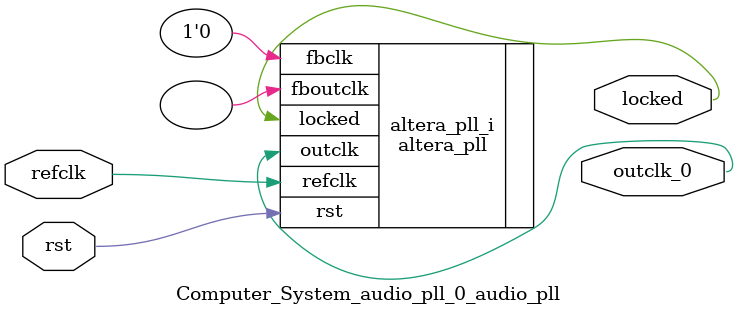
<source format=v>
`timescale 1ns/10ps
module  Computer_System_audio_pll_0_audio_pll(

	// interface 'refclk'
	input wire refclk,

	// interface 'reset'
	input wire rst,

	// interface 'outclk0'
	output wire outclk_0,

	// interface 'locked'
	output wire locked
);

	altera_pll #(
		.fractional_vco_multiplier("false"),
		.reference_clock_frequency("50.0 MHz"),
		.operation_mode("direct"),
		.number_of_clocks(1),
		.output_clock_frequency0("12.288135 MHz"),
		.phase_shift0("0 ps"),
		.duty_cycle0(50),
		.output_clock_frequency1("0 MHz"),
		.phase_shift1("0 ps"),
		.duty_cycle1(50),
		.output_clock_frequency2("0 MHz"),
		.phase_shift2("0 ps"),
		.duty_cycle2(50),
		.output_clock_frequency3("0 MHz"),
		.phase_shift3("0 ps"),
		.duty_cycle3(50),
		.output_clock_frequency4("0 MHz"),
		.phase_shift4("0 ps"),
		.duty_cycle4(50),
		.output_clock_frequency5("0 MHz"),
		.phase_shift5("0 ps"),
		.duty_cycle5(50),
		.output_clock_frequency6("0 MHz"),
		.phase_shift6("0 ps"),
		.duty_cycle6(50),
		.output_clock_frequency7("0 MHz"),
		.phase_shift7("0 ps"),
		.duty_cycle7(50),
		.output_clock_frequency8("0 MHz"),
		.phase_shift8("0 ps"),
		.duty_cycle8(50),
		.output_clock_frequency9("0 MHz"),
		.phase_shift9("0 ps"),
		.duty_cycle9(50),
		.output_clock_frequency10("0 MHz"),
		.phase_shift10("0 ps"),
		.duty_cycle10(50),
		.output_clock_frequency11("0 MHz"),
		.phase_shift11("0 ps"),
		.duty_cycle11(50),
		.output_clock_frequency12("0 MHz"),
		.phase_shift12("0 ps"),
		.duty_cycle12(50),
		.output_clock_frequency13("0 MHz"),
		.phase_shift13("0 ps"),
		.duty_cycle13(50),
		.output_clock_frequency14("0 MHz"),
		.phase_shift14("0 ps"),
		.duty_cycle14(50),
		.output_clock_frequency15("0 MHz"),
		.phase_shift15("0 ps"),
		.duty_cycle15(50),
		.output_clock_frequency16("0 MHz"),
		.phase_shift16("0 ps"),
		.duty_cycle16(50),
		.output_clock_frequency17("0 MHz"),
		.phase_shift17("0 ps"),
		.duty_cycle17(50),
		.pll_type("General"),
		.pll_subtype("General")
	) altera_pll_i (
		.rst	(rst),
		.outclk	({outclk_0}),
		.locked	(locked),
		.fboutclk	( ),
		.fbclk	(1'b0),
		.refclk	(refclk)
	);
endmodule


</source>
